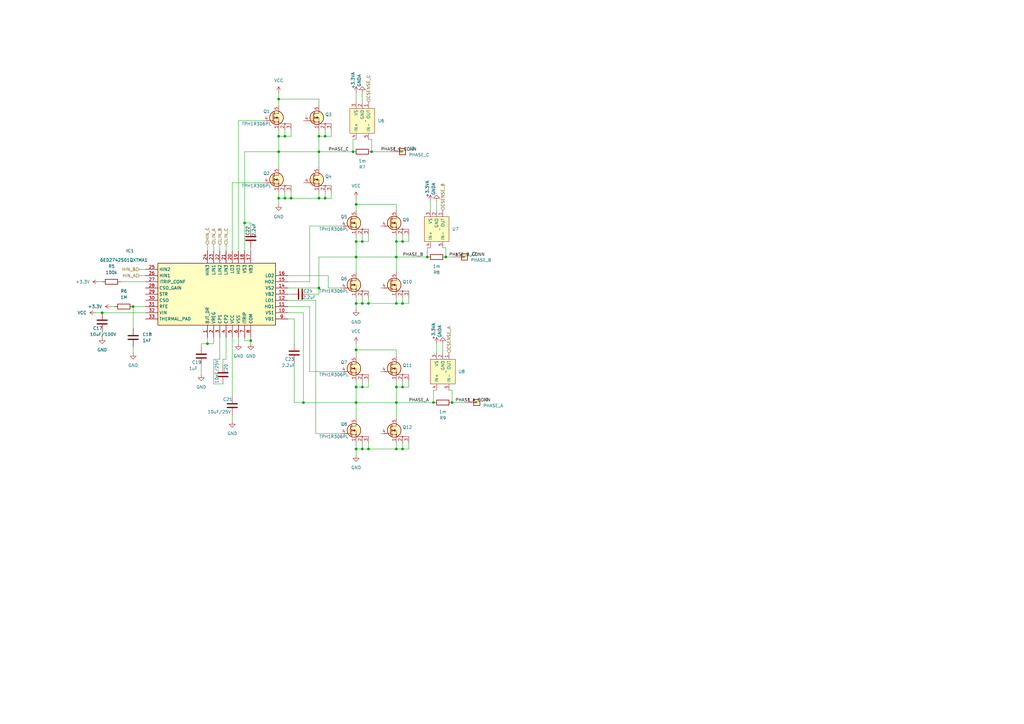
<source format=kicad_sch>
(kicad_sch (version 20230121) (generator eeschema)
  (paper "A3")
  (lib_symbols
    (symbol "6ED2742S01QXTMA1:6ED2742S01QXTMA1"
      (property "Reference" "IC" (at 31.75 25.4 0))
      (property "Value" "6ED2742S01QXTMA1" (at 31.75 22.86 0))
      (symbol "6ED2742S01QXTMA1_1_1"
        (rectangle (start 5.08 20.32) (end 30.48 -27.94) (stroke (width 0.254)) (fill (type background)))
        (pin passive line (at 0 0 0) (length 5.08) (name "BJT_DR") (number "1"))
        (pin passive line (at 10.16 -33.02 90) (length 5.08) (name "VS1") (number "10"))
        (pin passive line (at 12.7 -33.02 90) (length 5.08) (name "HO1") (number "11"))
        (pin passive line (at 15.24 -33.02 90) (length 5.08) (name "LO1") (number "12"))
        (pin passive line (at 17.78 -33.02 90) (length 5.08) (name "VB2") (number "13"))
        (pin passive line (at 20.32 -33.02 90) (length 5.08) (name "VS2") (number "14"))
        (pin passive line (at 22.86 -33.02 90) (length 5.08) (name "HO2") (number "15"))
        (pin passive line (at 25.4 -33.02 90) (length 5.08) (name "LO2") (number "16"))
        (pin passive line (at 35.56 -17.78 180) (length 5.08) (name "VB3") (number "17"))
        (pin passive line (at 35.56 -15.24 180) (length 5.08) (name "VS3") (number "18"))
        (pin passive line (at 35.56 -12.7 180) (length 5.08) (name "HO3") (number "19"))
        (pin passive line (at 0 -2.54 0) (length 5.08) (name "VREG") (number "2"))
        (pin passive line (at 35.56 -10.16 180) (length 5.08) (name "LO3") (number "20"))
        (pin passive line (at 35.56 -7.62 180) (length 5.08) (name "LIN3") (number "21"))
        (pin passive line (at 35.56 -5.08 180) (length 5.08) (name "LIN2") (number "22"))
        (pin passive line (at 35.56 -2.54 180) (length 5.08) (name "LIN1") (number "23"))
        (pin passive line (at 35.56 0 180) (length 5.08) (name "HIN3") (number "24"))
        (pin passive line (at 27.94 25.4 270) (length 5.08) (name "HIN2") (number "25"))
        (pin passive line (at 25.4 25.4 270) (length 5.08) (name "HIN1") (number "26"))
        (pin passive line (at 22.86 25.4 270) (length 5.08) (name "ITRIP_CONF") (number "27"))
        (pin passive line (at 20.32 25.4 270) (length 5.08) (name "CSO_GAIN") (number "28"))
        (pin passive line (at 17.78 25.4 270) (length 5.08) (name "STR") (number "29"))
        (pin passive line (at 0 -5.08 0) (length 5.08) (name "CP1") (number "3"))
        (pin passive line (at 15.24 25.4 270) (length 5.08) (name "CSO") (number "30"))
        (pin passive line (at 12.7 25.4 270) (length 5.08) (name "RFE") (number "31"))
        (pin passive line (at 10.16 25.4 270) (length 5.08) (name "VIN") (number "32"))
        (pin passive line (at 7.62 25.4 270) (length 5.08) (name "THERMAL_PAD") (number "33"))
        (pin passive line (at 0 -7.62 0) (length 5.08) (name "CP2") (number "4"))
        (pin passive line (at 0 -10.16 0) (length 5.08) (name "VCC") (number "5"))
        (pin passive line (at 0 -12.7 0) (length 5.08) (name "VSS") (number "6"))
        (pin passive line (at 0 -15.24 0) (length 5.08) (name "ITRIP") (number "7"))
        (pin passive line (at 0 -17.78 0) (length 5.08) (name "COM") (number "8"))
        (pin passive line (at 7.62 -33.02 90) (length 5.08) (name "VB1") (number "9"))
      )
    )
    (symbol "Connector_Generic:Conn_01x01" (pin_names (offset 1.016) hide)
      (property "Reference" "J" (at 0 2.54 0))
      (property "Value" "Conn_01x01" (at 0 -2.54 0))
      (symbol "Conn_01x01_1_1"
        (rectangle (start -1.27 0.127) (end 0 -0.127) (stroke (width 0.1524)))
        (rectangle (start -1.27 1.27) (end 1.27 -1.27) (stroke (width 0.254)) (fill (type background)))
        (pin passive line (at -5.08 0 0) (length 3.81) (name "Pin_1") (number "1"))
      )
    )
    (symbol "CycleIQ:INA290"
      (property "Reference" "U" (at 0 5.08 0))
      (property "Footprint" "PCM_Package_TO_SOT_SMD_AKL:SOT-353_SC-70-5" (at -1.27 8.89 0))
      (symbol "INA290_1_1"
        (rectangle (start -5.08 3.81) (end 5.08 -6.35) (fill (type background)))
        (pin output line (at -7.62 1.27 0) (length 2.54) (name "OUT") (number "1"))
        (pin power_in line (at -7.62 -1.27 0) (length 2.54) (name "GND") (number "2"))
        (pin power_in line (at -7.62 -3.81 0) (length 2.54) (name "VS") (number "3"))
        (pin input line (at 7.62 -3.81 180) (length 2.54) (name "IN+") (number "4"))
        (pin input line (at 7.62 1.27 180) (length 2.54) (name "IN-") (number "5"))
      )
    )
    (symbol "Device:C" (pin_numbers hide) (pin_names (offset 0.254))
      (property "Reference" "C" (at 0.635 2.54 0))
      (property "Value" "C" (at 0.635 -2.54 0))
      (symbol "C_0_1"
        (polyline (pts (xy -2.032 -0.762) (xy 2.032 -0.762)) (stroke (width 0.508)))
        (polyline (pts (xy -2.032 0.762) (xy 2.032 0.762)) (stroke (width 0.508)))
      )
      (symbol "C_1_1"
        (pin passive line (at 0 3.81 270) (length 2.794) (name "~") (number "1"))
        (pin passive line (at 0 -3.81 90) (length 2.794) (name "~") (number "2"))
      )
    )
    (symbol "Device:R" (pin_numbers hide) (pin_names (offset 0))
      (property "Reference" "R" (at 2.032 0 90))
      (property "Value" "R" (at 0 0 90))
      (symbol "R_0_1"
        (rectangle (start -1.016 -2.54) (end 1.016 2.54) (stroke (width 0.254)))
      )
      (symbol "R_1_1"
        (pin passive line (at 0 3.81 270) (length 1.27) (name "~") (number "1"))
        (pin passive line (at 0 -3.81 90) (length 1.27) (name "~") (number "2"))
      )
    )
    (symbol "PCM_Transistor_MOSFET_AKL:TPH1R306PL" (pin_names hide)
      (property "Reference" "Q" (at 5.08 1.27 0))
      (property "Value" "TPH1R306PL" (at 5.08 -1.27 0))
      (symbol "TPH1R306PL_0_1"
        (polyline (pts (xy 0.254 -1.27) (xy -2.54 -1.27)))
        (polyline (pts (xy 0.254 1.905) (xy 0.254 -1.905)) (stroke (width 0.254)))
        (polyline (pts (xy 0.762 -1.778) (xy 2.54 -1.778)))
        (polyline (pts (xy 0.762 -1.27) (xy 0.762 -2.286)) (stroke (width 0.254)))
        (polyline (pts (xy 0.762 0.508) (xy 0.762 -0.508)) (stroke (width 0.254)))
        (polyline (pts (xy 0.762 2.286) (xy 0.762 1.27)) (stroke (width 0.254)))
        (polyline (pts (xy 2.54 1.778) (xy 0.762 1.778)))
        (polyline (pts (xy 2.54 2.54) (xy 2.54 1.778)))
        (polyline (pts (xy 7.62 -2.54) (xy 2.54 -2.54)))
        (polyline (pts (xy 2.54 -2.54) (xy 2.54 0) (xy 0.762 0)))
        (polyline (pts (xy 1.016 0) (xy 2.032 0.381) (xy 2.032 -0.381) (xy 1.016 0)) (fill (type outline)))
        (circle (center 1.651 0) (radius 2.794) (stroke (width 0.254)) (fill (type background)))
        (circle (center 2.54 -1.778) (radius 0.1778) (fill (type outline)))
      )
      (symbol "TPH1R306PL_1_1"
        (circle (center 5.08 -2.54) (radius 0.1778) (fill (type outline)))
        (pin passive line (at 2.54 -5.08 90) (length 2.54) (name "S") (number "1"))
        (pin passive line (at 5.08 -5.08 90) (length 2.54) (name "S") (number "2"))
        (pin passive line (at 7.62 -5.08 90) (length 2.54) (name "S") (number "3"))
        (pin input line (at -3.81 -1.27 0) (length 2.54) (name "G") (number "4"))
        (pin passive line (at 2.54 5.08 270) (length 2.54) (name "D") (number "5"))
      )
    )
    (symbol "power:+3.3V" (power) (pin_names (offset 0))
      (property "Value" "+3.3V" (at 0 3.556 0))
      (symbol "+3.3V_0_1"
        (polyline (pts (xy -0.762 1.27) (xy 0 2.54)))
        (polyline (pts (xy 0 0) (xy 0 2.54)))
        (polyline (pts (xy 0 2.54) (xy 0.762 1.27)))
      )
      (symbol "+3.3V_1_1"
        (pin power_in line (at 0 0 90) (length 0) hide (name "+3.3V") (number "1"))
      )
    )
    (symbol "power:+3.3VA" (power) (pin_names (offset 0))
      (property "Value" "+3.3VA" (at 0 3.556 0))
      (symbol "+3.3VA_0_1"
        (polyline (pts (xy -0.762 1.27) (xy 0 2.54)))
        (polyline (pts (xy 0 0) (xy 0 2.54)))
        (polyline (pts (xy 0 2.54) (xy 0.762 1.27)))
      )
      (symbol "+3.3VA_1_1"
        (pin power_in line (at 0 0 90) (length 0) hide (name "+3.3VA") (number "1"))
      )
    )
    (symbol "power:GND" (power) (pin_names (offset 0))
      (property "Value" "GND" (at 0 -3.81 0))
      (symbol "GND_0_1"
        (polyline (pts (xy 0 0) (xy 0 -1.27) (xy 1.27 -1.27) (xy 0 -2.54) (xy -1.27 -1.27) (xy 0 -1.27)))
      )
      (symbol "GND_1_1"
        (pin power_in line (at 0 0 270) (length 0) hide (name "GND") (number "1"))
      )
    )
    (symbol "power:GNDA" (power) (pin_names (offset 0))
      (property "Value" "GNDA" (at 0 -3.81 0))
      (symbol "GNDA_0_1"
        (polyline (pts (xy 0 0) (xy 0 -1.27) (xy 1.27 -1.27) (xy 0 -2.54) (xy -1.27 -1.27) (xy 0 -1.27)))
      )
      (symbol "GNDA_1_1"
        (pin power_in line (at 0 0 270) (length 0) hide (name "GNDA") (number "1"))
      )
    )
    (symbol "power:VCC" (power) (pin_names (offset 0))
      (property "Value" "VCC" (at 0 3.81 0))
      (symbol "VCC_0_1"
        (polyline (pts (xy -0.762 1.27) (xy 0 2.54)))
        (polyline (pts (xy 0 0) (xy 0 2.54)))
        (polyline (pts (xy 0 2.54) (xy 0.762 1.27)))
      )
      (symbol "VCC_1_1"
        (pin power_in line (at 0 0 90) (length 0) hide (name "VCC") (number "1"))
      )
    )
  )
  (junction (at 182.88 105.41))
  (junction (at 148.59 124.46))
  (junction (at 124.46 165.1))
  (junction (at 133.35 81.28))
  (junction (at 130.81 81.28))
  (junction (at 116.84 81.28))
  (junction (at 130.81 62.23))
  (junction (at 146.05 83.82))
  (junction (at 162.56 99.06))
  (junction (at 114.3 55.88))
  (junction (at 162.56 124.46))
  (junction (at 165.1 158.75))
  (junction (at 148.59 158.75))
  (junction (at 151.13 124.46))
  (junction (at 148.59 99.06))
  (junction (at 165.1 184.15))
  (junction (at 162.56 165.1))
  (junction (at 148.59 184.15))
  (junction (at 162.56 105.41))
  (junction (at 54.61 125.73))
  (junction (at 114.3 62.23))
  (junction (at 100.33 91.44))
  (junction (at 119.38 81.28))
  (junction (at 41.91 128.27))
  (junction (at 146.05 105.41))
  (junction (at 151.13 184.15))
  (junction (at 146.05 124.46))
  (junction (at 133.35 55.88))
  (junction (at 162.56 158.75))
  (junction (at 146.05 99.06))
  (junction (at 130.81 55.88))
  (junction (at 165.1 124.46))
  (junction (at 146.05 184.15))
  (junction (at 185.42 165.1))
  (junction (at 165.1 99.06))
  (junction (at 144.78 62.23))
  (junction (at 130.81 118.11))
  (junction (at 114.3 40.64))
  (junction (at 114.3 81.28))
  (junction (at 177.8 165.1))
  (junction (at 162.56 184.15))
  (junction (at 175.26 105.41))
  (junction (at 85.09 140.97))
  (junction (at 116.84 55.88))
  (junction (at 146.05 143.51))
  (junction (at 152.4 62.23))
  (junction (at 146.05 165.1))
  (junction (at 146.05 158.75))
  (junction (at 102.87 139.7))
  (wire (pts (xy 82.55 140.97) (xy 82.55 142.24)))
  (wire (pts (xy 146.05 83.82) (xy 146.05 81.28)))
  (wire (pts (xy 148.59 121.92) (xy 148.59 124.46)))
  (wire (pts (xy 146.05 83.82) (xy 146.05 86.36)))
  (wire (pts (xy 130.81 62.23) (xy 130.81 68.58)))
  (wire (pts (xy 90.17 100.33) (xy 90.17 102.87)))
  (wire (pts (xy 146.05 38.1) (xy 146.05 41.91)))
  (wire (pts (xy 120.65 130.81) (xy 120.65 140.97)))
  (wire (pts (xy 165.1 96.52) (xy 165.1 99.06)))
  (wire (pts (xy 119.38 78.74) (xy 119.38 81.28)))
  (wire (pts (xy 176.53 82.55) (xy 176.53 86.36)))
  (wire (pts (xy 167.64 156.21) (xy 167.64 158.75)))
  (wire (pts (xy 139.7 152.4) (xy 127 152.4)))
  (wire (pts (xy 92.71 147.32) (xy 91.44 147.32)))
  (wire (pts (xy 151.13 184.15) (xy 148.59 184.15)))
  (wire (pts (xy 116.84 53.34) (xy 116.84 55.88)))
  (wire (pts (xy 144.78 57.15) (xy 144.78 62.23)))
  (wire (pts (xy 146.05 57.15) (xy 144.78 57.15)))
  (wire (pts (xy 100.33 138.43) (xy 100.33 139.7)))
  (wire (pts (xy 130.81 53.34) (xy 130.81 55.88)))
  (wire (pts (xy 151.13 121.92) (xy 151.13 124.46)))
  (wire (pts (xy 165.1 121.92) (xy 165.1 124.46)))
  (wire (pts (xy 90.17 147.32) (xy 87.63 147.32)))
  (wire (pts (xy 95.25 74.93) (xy 107.95 74.93)))
  (wire (pts (xy 144.78 62.23) (xy 130.81 62.23)))
  (wire (pts (xy 182.88 101.6) (xy 182.88 105.41)))
  (wire (pts (xy 146.05 105.41) (xy 162.56 105.41)))
  (wire (pts (xy 151.13 124.46) (xy 148.59 124.46)))
  (wire (pts (xy 118.11 128.27) (xy 124.46 128.27)))
  (wire (pts (xy 165.1 184.15) (xy 162.56 184.15)))
  (wire (pts (xy 148.59 158.75) (xy 146.05 158.75)))
  (wire (pts (xy 118.11 113.03) (xy 134.62 113.03)))
  (wire (pts (xy 175.26 101.6) (xy 175.26 105.41)))
  (wire (pts (xy 179.07 82.55) (xy 179.07 86.36)))
  (wire (pts (xy 127 92.71) (xy 139.7 92.71)))
  (wire (pts (xy 100.33 102.87) (xy 100.33 91.44)))
  (wire (pts (xy 151.13 181.61) (xy 151.13 184.15)))
  (wire (pts (xy 167.64 99.06) (xy 165.1 99.06)))
  (wire (pts (xy 114.3 62.23) (xy 114.3 68.58)))
  (wire (pts (xy 151.13 156.21) (xy 151.13 158.75)))
  (wire (pts (xy 102.87 91.44) (xy 100.33 91.44)))
  (wire (pts (xy 97.79 49.53) (xy 107.95 49.53)))
  (wire (pts (xy 114.3 40.64) (xy 114.3 43.18)))
  (wire (pts (xy 167.64 121.92) (xy 167.64 124.46)))
  (wire (pts (xy 151.13 96.52) (xy 151.13 99.06)))
  (wire (pts (xy 165.1 156.21) (xy 165.1 158.75)))
  (wire (pts (xy 127 152.4) (xy 127 125.73)))
  (wire (pts (xy 135.89 78.74) (xy 135.89 81.28)))
  (wire (pts (xy 190.5 165.1) (xy 185.42 165.1)))
  (wire (pts (xy 102.87 93.98) (xy 102.87 91.44)))
  (wire (pts (xy 118.11 130.81) (xy 120.65 130.81)))
  (wire (pts (xy 167.64 124.46) (xy 165.1 124.46)))
  (wire (pts (xy 162.56 86.36) (xy 162.56 83.82)))
  (wire (pts (xy 100.33 62.23) (xy 114.3 62.23)))
  (wire (pts (xy 162.56 181.61) (xy 162.56 184.15)))
  (wire (pts (xy 95.25 170.18) (xy 95.25 172.72)))
  (wire (pts (xy 133.35 78.74) (xy 133.35 81.28)))
  (wire (pts (xy 120.65 148.59) (xy 120.65 165.1)))
  (wire (pts (xy 146.05 165.1) (xy 162.56 165.1)))
  (wire (pts (xy 134.62 113.03) (xy 134.62 118.11)))
  (wire (pts (xy 114.3 40.64) (xy 130.81 40.64)))
  (wire (pts (xy 151.13 158.75) (xy 148.59 158.75)))
  (wire (pts (xy 146.05 156.21) (xy 146.05 158.75)))
  (wire (pts (xy 133.35 81.28) (xy 130.81 81.28)))
  (wire (pts (xy 92.71 100.33) (xy 92.71 102.87)))
  (wire (pts (xy 95.25 138.43) (xy 95.25 162.56)))
  (wire (pts (xy 185.42 105.41) (xy 182.88 105.41)))
  (wire (pts (xy 148.59 38.1) (xy 148.59 41.91)))
  (wire (pts (xy 97.79 138.43) (xy 97.79 140.97)))
  (wire (pts (xy 124.46 128.27) (xy 124.46 165.1)))
  (wire (pts (xy 146.05 143.51) (xy 162.56 143.51)))
  (wire (pts (xy 167.64 96.52) (xy 167.64 99.06)))
  (wire (pts (xy 85.09 138.43) (xy 85.09 140.97)))
  (wire (pts (xy 102.87 138.43) (xy 102.87 139.7)))
  (wire (pts (xy 146.05 158.75) (xy 146.05 165.1)))
  (wire (pts (xy 102.87 101.6) (xy 102.87 102.87)))
  (wire (pts (xy 102.87 139.7) (xy 102.87 140.97)))
  (wire (pts (xy 133.35 53.34) (xy 133.35 55.88)))
  (wire (pts (xy 146.05 143.51) (xy 146.05 146.05)))
  (wire (pts (xy 146.05 124.46) (xy 148.59 124.46)))
  (wire (pts (xy 179.07 160.02) (xy 177.8 160.02)))
  (wire (pts (xy 152.4 57.15) (xy 152.4 62.23)))
  (wire (pts (xy 100.33 139.7) (xy 102.87 139.7)))
  (wire (pts (xy 119.38 81.28) (xy 130.81 81.28)))
  (wire (pts (xy 165.1 158.75) (xy 162.56 158.75)))
  (wire (pts (xy 134.62 118.11) (xy 139.7 118.11)))
  (wire (pts (xy 135.89 55.88) (xy 133.35 55.88)))
  (wire (pts (xy 87.63 157.48) (xy 91.44 157.48)))
  (wire (pts (xy 146.05 143.51) (xy 146.05 140.97)))
  (wire (pts (xy 120.65 165.1) (xy 124.46 165.1)))
  (wire (pts (xy 127 115.57) (xy 127 92.71)))
  (wire (pts (xy 87.63 100.33) (xy 87.63 102.87)))
  (wire (pts (xy 175.26 105.41) (xy 162.56 105.41)))
  (wire (pts (xy 114.3 81.28) (xy 116.84 81.28)))
  (wire (pts (xy 116.84 78.74) (xy 116.84 81.28)))
  (wire (pts (xy 148.59 99.06) (xy 146.05 99.06)))
  (wire (pts (xy 162.56 165.1) (xy 162.56 171.45)))
  (wire (pts (xy 165.1 124.46) (xy 162.56 124.46)))
  (wire (pts (xy 176.53 101.6) (xy 175.26 101.6)))
  (wire (pts (xy 127 125.73) (xy 118.11 125.73)))
  (wire (pts (xy 82.55 149.86) (xy 82.55 153.67)))
  (wire (pts (xy 85.09 100.33) (xy 85.09 102.87)))
  (wire (pts (xy 167.64 181.61) (xy 167.64 184.15)))
  (wire (pts (xy 135.89 53.34) (xy 135.89 55.88)))
  (wire (pts (xy 151.13 99.06) (xy 148.59 99.06)))
  (wire (pts (xy 162.56 158.75) (xy 162.56 165.1)))
  (wire (pts (xy 118.11 115.57) (xy 127 115.57)))
  (wire (pts (xy 130.81 120.65) (xy 130.81 118.11)))
  (wire (pts (xy 130.81 118.11) (xy 130.81 105.41)))
  (wire (pts (xy 114.3 55.88) (xy 114.3 62.23)))
  (wire (pts (xy 91.44 147.32) (xy 91.44 149.86)))
  (wire (pts (xy 167.64 184.15) (xy 165.1 184.15)))
  (wire (pts (xy 119.38 55.88) (xy 116.84 55.88)))
  (wire (pts (xy 116.84 55.88) (xy 114.3 55.88)))
  (wire (pts (xy 162.56 99.06) (xy 162.56 105.41)))
  (wire (pts (xy 162.56 105.41) (xy 162.56 111.76)))
  (wire (pts (xy 87.63 140.97) (xy 87.63 138.43)))
  (wire (pts (xy 151.13 57.15) (xy 152.4 57.15)))
  (wire (pts (xy 179.07 140.97) (xy 179.07 144.78)))
  (wire (pts (xy 130.81 78.74) (xy 130.81 81.28)))
  (wire (pts (xy 130.81 43.18) (xy 130.81 40.64)))
  (wire (pts (xy 54.61 125.73) (xy 59.69 125.73)))
  (wire (pts (xy 82.55 140.97) (xy 85.09 140.97)))
  (wire (pts (xy 130.81 105.41) (xy 146.05 105.41)))
  (wire (pts (xy 49.53 115.57) (xy 59.69 115.57)))
  (wire (pts (xy 114.3 53.34) (xy 114.3 55.88)))
  (wire (pts (xy 118.11 120.65) (xy 119.38 120.65)))
  (wire (pts (xy 129.54 123.19) (xy 118.11 123.19)))
  (wire (pts (xy 57.15 110.49) (xy 59.69 110.49)))
  (wire (pts (xy 124.46 165.1) (xy 146.05 165.1)))
  (wire (pts (xy 39.37 128.27) (xy 41.91 128.27)))
  (wire (pts (xy 162.56 146.05) (xy 162.56 143.51)))
  (wire (pts (xy 85.09 140.97) (xy 87.63 140.97)))
  (wire (pts (xy 165.1 181.61) (xy 165.1 184.15)))
  (wire (pts (xy 130.81 55.88) (xy 130.81 62.23)))
  (wire (pts (xy 181.61 101.6) (xy 182.88 101.6)))
  (wire (pts (xy 146.05 99.06) (xy 146.05 105.41)))
  (wire (pts (xy 146.05 165.1) (xy 146.05 171.45)))
  (wire (pts (xy 148.59 181.61) (xy 148.59 184.15)))
  (wire (pts (xy 57.15 113.03) (xy 59.69 113.03)))
  (wire (pts (xy 162.56 121.92) (xy 162.56 124.46)))
  (wire (pts (xy 146.05 121.92) (xy 146.05 124.46)))
  (wire (pts (xy 40.64 115.57) (xy 41.91 115.57)))
  (wire (pts (xy 87.63 147.32) (xy 87.63 157.48)))
  (wire (pts (xy 114.3 78.74) (xy 114.3 81.28)))
  (wire (pts (xy 184.15 160.02) (xy 185.42 160.02)))
  (wire (pts (xy 119.38 53.34) (xy 119.38 55.88)))
  (wire (pts (xy 146.05 127) (xy 146.05 124.46)))
  (wire (pts (xy 162.56 96.52) (xy 162.56 99.06)))
  (wire (pts (xy 45.72 125.73) (xy 46.99 125.73)))
  (wire (pts (xy 167.64 158.75) (xy 165.1 158.75)))
  (wire (pts (xy 177.8 160.02) (xy 177.8 165.1)))
  (wire (pts (xy 185.42 160.02) (xy 185.42 165.1)))
  (wire (pts (xy 133.35 55.88) (xy 130.81 55.88)))
  (wire (pts (xy 41.91 135.89) (xy 41.91 138.43)))
  (wire (pts (xy 148.59 156.21) (xy 148.59 158.75)))
  (wire (pts (xy 127 120.65) (xy 130.81 120.65)))
  (wire (pts (xy 90.17 147.32) (xy 90.17 138.43)))
  (wire (pts (xy 92.71 147.32) (xy 92.71 138.43)))
  (wire (pts (xy 54.61 134.62) (xy 54.61 125.73)))
  (wire (pts (xy 41.91 128.27) (xy 59.69 128.27)))
  (wire (pts (xy 151.13 184.15) (xy 162.56 184.15)))
  (wire (pts (xy 129.54 177.8) (xy 129.54 123.19)))
  (wire (pts (xy 146.05 83.82) (xy 162.56 83.82)))
  (wire (pts (xy 162.56 165.1) (xy 177.8 165.1)))
  (wire (pts (xy 114.3 40.64) (xy 114.3 38.1)))
  (wire (pts (xy 100.33 91.44) (xy 100.33 62.23)))
  (wire (pts (xy 139.7 177.8) (xy 129.54 177.8)))
  (wire (pts (xy 151.13 124.46) (xy 162.56 124.46)))
  (wire (pts (xy 97.79 102.87) (xy 97.79 49.53)))
  (wire (pts (xy 114.3 62.23) (xy 130.81 62.23)))
  (wire (pts (xy 95.25 102.87) (xy 95.25 74.93)))
  (wire (pts (xy 114.3 83.82) (xy 114.3 81.28)))
  (wire (pts (xy 160.02 62.23) (xy 152.4 62.23)))
  (wire (pts (xy 135.89 81.28) (xy 133.35 81.28)))
  (wire (pts (xy 181.61 140.97) (xy 181.61 144.78)))
  (wire (pts (xy 146.05 105.41) (xy 146.05 111.76)))
  (wire (pts (xy 146.05 96.52) (xy 146.05 99.06)))
  (wire (pts (xy 146.05 186.69) (xy 146.05 184.15)))
  (wire (pts (xy 165.1 99.06) (xy 162.56 99.06)))
  (wire (pts (xy 119.38 81.28) (xy 116.84 81.28)))
  (wire (pts (xy 54.61 142.24) (xy 54.61 144.78)))
  (wire (pts (xy 146.05 181.61) (xy 146.05 184.15)))
  (wire (pts (xy 118.11 118.11) (xy 130.81 118.11)))
  (wire (pts (xy 148.59 96.52) (xy 148.59 99.06)))
  (wire (pts (xy 162.56 156.21) (xy 162.56 158.75)))
  (wire (pts (xy 146.05 184.15) (xy 148.59 184.15)))
  (label "PHASE_A" (at 167.64 165.1 0))
  (label "PHASE_B" (at 165.1 105.41 0))
  (label "PHASE_C" (at 134.62 62.23 0))
  (label "PHASE_C_CONN" (at 156.21 62.23 0))
  (label "PHASE_A_CONN" (at 186.69 165.1 0))
  (label "PHASE_B_CONN" (at 184.15 105.41 0))
  (hierarchical_label "HIN_B" (shape input) (at 57.15 110.49 180))
  (hierarchical_label "LIN_B" (shape input) (at 90.17 100.33 90))
  (hierarchical_label "CSENSE_B" (shape input) (at 181.61 86.36 90))
  (hierarchical_label "HIN_C" (shape input) (at 85.09 100.33 90))
  (hierarchical_label "CSENSE_A" (shape input) (at 184.15 144.78 90))
  (hierarchical_label "LIN_C" (shape input) (at 92.71 100.33 90))
  (hierarchical_label "HIN_A" (shape input) (at 57.15 113.03 180))
  (hierarchical_label "LIN_A" (shape input) (at 87.63 100.33 90))
  (hierarchical_label "CSENSE_C" (shape input) (at 151.13 41.91 90))
  (symbol (lib_id "power:+3.3V") (at 45.72 125.73 90) (unit 1)
    (property "Reference" "#PWR035" (effects hide))
    (property "Value" "+3.3V" (at 41.91 125.73 90) (effects (justify left)))
  )
  (symbol (lib_id "power:GND") (at 95.25 172.72 0) (unit 1)
    (property "Reference" "#PWR038" (effects hide))
    (property "Value" "GND" (at 95.25 177.8 0))
  )
  (symbol (lib_id "power:VCC") (at 114.3 38.1 0) (unit 1)
    (property "Reference" "#PWR041" (effects hide))
    (property "Value" "VCC" (at 114.3 33.02 0))
  )
  (symbol (lib_id "Device:R") (at 148.59 62.23 270) (unit 1)
    (property "Reference" "R7" (at 148.59 68.58 90))
    (property "Value" "1m" (at 148.59 66.04 90))
    (property "Footprint" "PCM_Resistor_SMD_AKL:R_2512_6332Metric" (effects hide))
  )
  (symbol (lib_id "PCM_Transistor_MOSFET_AKL:TPH1R306PL") (at 160.02 176.53 0) (unit 1)
    (property "Reference" "Q12" (at 165.1 175.26 0) (effects (justify left)))
    (property "Value" "TPH1R306PL" (effects hide))
    (property "Footprint" "PCM_Package_SON_AKL:Infineon_PG-TDSON-8" (effects hide))
    (property "Datasheet" "https://www.tme.eu/Document/de0858fa2ae72c60796b4effe71731b4/TPH1R306PL.pdf" (effects hide))
  )
  (symbol (lib_id "Device:R") (at 179.07 105.41 270) (unit 1)
    (property "Reference" "R8" (at 179.07 111.76 90))
    (property "Value" "1m" (at 179.07 109.22 90))
    (property "Footprint" "PCM_Resistor_SMD_AKL:R_2512_6332Metric" (effects hide))
  )
  (symbol (lib_id "PCM_Transistor_MOSFET_AKL:TPH1R306PL") (at 160.02 116.84 0) (unit 1)
    (property "Reference" "Q10" (at 165.1 115.57 0) (effects (justify left)))
    (property "Value" "TPH1R306PL" (effects hide))
    (property "Footprint" "PCM_Package_SON_AKL:Infineon_PG-TDSON-8" (effects hide))
    (property "Datasheet" "https://www.tme.eu/Document/de0858fa2ae72c60796b4effe71731b4/TPH1R306PL.pdf" (effects hide))
  )
  (symbol (lib_id "power:+3.3VA") (at 179.07 140.97 0) (unit 1)
    (property "Reference" "#PWR051" (effects hide))
    (property "Value" "+3.3VA" (at 177.8 135.89 90))
  )
  (symbol (lib_id "PCM_Transistor_MOSFET_AKL:TPH1R306PL") (at 128.27 48.26 0) (unit 1)
    (property "Reference" "Q3" (at 133.35 46.99 0) (effects (justify left)))
    (property "Value" "TPH1R306PL" (effects hide))
    (property "Footprint" "PCM_Package_SON_AKL:Infineon_PG-TDSON-8" (effects hide))
    (property "Datasheet" "https://www.tme.eu/Document/de0858fa2ae72c60796b4effe71731b4/TPH1R306PL.pdf" (effects hide))
  )
  (symbol (lib_id "Device:C") (at 91.44 153.67 180) (unit 1)
    (property "Reference" "C20" (at 92.71 151.13 90))
    (property "Value" "10nF/25V" (at 88.9 152.4 90))
    (property "Footprint" "PCM_Capacitor_SMD_AKL:C_0603_1608Metric" (effects hide))
  )
  (symbol (lib_id "PCM_Transistor_MOSFET_AKL:TPH1R306PL") (at 160.02 91.44 0) (unit 1)
    (property "Reference" "Q9" (at 165.1 90.17 0) (effects (justify left)))
    (property "Value" "TPH1R306PL" (effects hide))
    (property "Footprint" "PCM_Package_SON_AKL:Infineon_PG-TDSON-8" (effects hide))
    (property "Datasheet" "https://www.tme.eu/Document/de0858fa2ae72c60796b4effe71731b4/TPH1R306PL.pdf" (effects hide))
  )
  (symbol (lib_id "PCM_Transistor_MOSFET_AKL:TPH1R306PL") (at 143.51 91.44 0) (unit 1)
    (property "Reference" "Q5" (at 139.7 88.9 0) (effects (justify left)))
    (property "Value" "TPH1R306PL" (at 130.81 93.98 0) (effects (justify left)))
    (property "Footprint" "PCM_Package_SON_AKL:Infineon_PG-TDSON-8" (effects hide))
    (property "Datasheet" "https://www.tme.eu/Document/de0858fa2ae72c60796b4effe71731b4/TPH1R306PL.pdf" (effects hide))
  )
  (symbol (lib_id "PCM_Transistor_MOSFET_AKL:TPH1R306PL") (at 143.51 151.13 0) (unit 1)
    (property "Reference" "Q7" (at 139.7 148.59 0) (effects (justify left)))
    (property "Value" "TPH1R306PL" (at 130.81 153.67 0) (effects (justify left)))
    (property "Footprint" "PCM_Package_SON_AKL:Infineon_PG-TDSON-8" (effects hide))
    (property "Datasheet" "https://www.tme.eu/Document/de0858fa2ae72c60796b4effe71731b4/TPH1R306PL.pdf" (effects hide))
  )
  (symbol (lib_id "Device:C") (at 95.25 166.37 0) (unit 1)
    (property "Reference" "C21" (at 91.44 163.83 0) (effects (justify left)))
    (property "Value" "10uF/25V" (at 85.09 168.91 0) (effects (justify left)))
    (property "Footprint" "PCM_Capacitor_SMD_AKL:C_1206_3216Metric" (effects hide))
  )
  (symbol (lib_id "power:GND") (at 102.87 140.97 0) (unit 1)
    (property "Reference" "#PWR040" (effects hide))
    (property "Value" "GND" (at 102.87 146.05 0))
  )
  (symbol (lib_id "CycleIQ:INA290") (at 182.88 152.4 270) (unit 1)
    (property "Reference" "U8" (at 187.96 152.4 90) (effects (justify left)))
    (property "Value" "~" (at 182.88 152.4 0))
    (property "Footprint" "PCM_Package_TO_SOT_SMD_AKL:SOT-353_SC-70-5" (effects hide))
  )
  (symbol (lib_id "power:VCC") (at 146.05 81.28 0) (unit 1)
    (property "Reference" "#PWR044" (effects hide))
    (property "Value" "VCC" (at 146.05 76.2 0))
  )
  (symbol (lib_id "Device:C") (at 123.19 120.65 90) (unit 1)
    (property "Reference" "C24" (at 128.27 119.38 90) (effects (justify left)))
    (property "Value" "2.2uF" (at 129.54 121.92 90) (effects (justify left)))
    (property "Footprint" "PCM_Capacitor_SMD_AKL:C_1206_3216Metric" (effects hide))
  )
  (symbol (lib_id "power:+3.3V") (at 40.64 115.57 90) (unit 1)
    (property "Reference" "#PWR033" (effects hide))
    (property "Value" "+3.3V" (at 36.83 115.57 90) (effects (justify left)))
  )
  (symbol (lib_id "Device:C") (at 120.65 144.78 0) (unit 1)
    (property "Reference" "C23" (at 116.84 147.32 0) (effects (justify left)))
    (property "Value" "2.2uF" (at 115.57 149.86 0) (effects (justify left)))
    (property "Footprint" "PCM_Capacitor_SMD_AKL:C_1206_3216Metric" (effects hide))
  )
  (symbol (lib_id "power:GNDA") (at 181.61 140.97 180) (unit 1)
    (property "Reference" "#PWR052" (effects hide))
    (property "Value" "GNDA" (at 180.34 135.89 90))
  )
  (symbol (lib_id "power:GND") (at 146.05 127 0) (unit 1)
    (property "Reference" "#PWR045" (effects hide))
    (property "Value" "GND" (at 146.05 132.08 0))
  )
  (symbol (lib_id "PCM_Transistor_MOSFET_AKL:TPH1R306PL") (at 143.51 116.84 0) (unit 1)
    (property "Reference" "Q6" (at 139.7 114.3 0) (effects (justify left)))
    (property "Value" "TPH1R306PL" (at 130.81 119.38 0) (effects (justify left)))
    (property "Footprint" "PCM_Package_SON_AKL:Infineon_PG-TDSON-8" (effects hide))
    (property "Datasheet" "https://www.tme.eu/Document/de0858fa2ae72c60796b4effe71731b4/TPH1R306PL.pdf" (effects hide))
  )
  (symbol (lib_id "power:VCC") (at 146.05 140.97 0) (unit 1)
    (property "Reference" "#PWR046" (effects hide))
    (property "Value" "VCC" (at 146.05 135.89 0))
  )
  (symbol (lib_id "power:GNDA") (at 179.07 82.55 180) (unit 1)
    (property "Reference" "#PWR050" (effects hide))
    (property "Value" "GNDA" (at 177.8 77.47 90))
  )
  (symbol (lib_id "Connector_Generic:Conn_01x01") (at 190.5 105.41 0) (unit 1)
    (property "Reference" "J2" (at 193.04 104.14 0) (effects (justify left)))
    (property "Value" "PHASE_B" (at 193.04 106.68 0) (effects (justify left)))
    (property "Footprint" "Connector_Wire:SolderWire-2.5sqmm_1x01_D2.4mm_OD3.6mm" (effects hide))
  )
  (symbol (lib_id "power:GND") (at 97.79 140.97 0) (unit 1)
    (property "Reference" "#PWR039" (effects hide))
    (property "Value" "GND" (at 97.79 146.05 0))
  )
  (symbol (lib_id "PCM_Transistor_MOSFET_AKL:TPH1R306PL") (at 160.02 151.13 0) (unit 1)
    (property "Reference" "Q11" (at 165.1 149.86 0) (effects (justify left)))
    (property "Value" "TPH1R306PL" (effects hide))
    (property "Footprint" "PCM_Package_SON_AKL:Infineon_PG-TDSON-8" (effects hide))
    (property "Datasheet" "https://www.tme.eu/Document/de0858fa2ae72c60796b4effe71731b4/TPH1R306PL.pdf" (effects hide))
  )
  (symbol (lib_id "Connector_Generic:Conn_01x01") (at 195.58 165.1 0) (unit 1)
    (property "Reference" "J1" (at 198.12 163.83 0) (effects (justify left)))
    (property "Value" "PHASE_A" (at 198.12 166.37 0) (effects (justify left)))
    (property "Footprint" "Connector_Wire:SolderWire-2.5sqmm_1x01_D2.4mm_OD3.6mm" (effects hide))
  )
  (symbol (lib_id "CycleIQ:INA290") (at 180.34 93.98 270) (unit 1)
    (property "Reference" "U7" (at 185.42 93.98 90) (effects (justify left)))
    (property "Value" "~" (at 180.34 93.98 0))
    (property "Footprint" "PCM_Package_TO_SOT_SMD_AKL:SOT-353_SC-70-5" (effects hide))
  )
  (symbol (lib_id "Device:C") (at 82.55 146.05 0) (unit 1)
    (property "Reference" "C19" (at 78.74 148.59 0) (effects (justify left)))
    (property "Value" "1uF" (at 77.47 151.13 0) (effects (justify left)))
    (property "Footprint" "PCM_Capacitor_SMD_AKL:C_0603_1608Metric" (effects hide))
  )
  (symbol (lib_id "Device:R") (at 181.61 165.1 270) (unit 1)
    (property "Reference" "R9" (at 181.61 171.45 90))
    (property "Value" "1m" (at 181.61 168.91 90))
    (property "Footprint" "PCM_Resistor_SMD_AKL:R_2512_6332Metric" (effects hide))
  )
  (symbol (lib_id "power:GND") (at 41.91 138.43 0) (unit 1)
    (property "Reference" "#PWR034" (effects hide))
    (property "Value" "GND" (at 41.91 143.51 0))
  )
  (symbol (lib_id "PCM_Transistor_MOSFET_AKL:TPH1R306PL") (at 128.27 73.66 0) (unit 1)
    (property "Reference" "Q4" (at 133.35 72.39 0) (effects (justify left)))
    (property "Value" "TPH1R306PL" (effects hide))
    (property "Footprint" "PCM_Package_SON_AKL:Infineon_PG-TDSON-8" (effects hide))
    (property "Datasheet" "https://www.tme.eu/Document/de0858fa2ae72c60796b4effe71731b4/TPH1R306PL.pdf" (effects hide))
  )
  (symbol (lib_id "Device:C") (at 54.61 138.43 0) (unit 1)
    (property "Reference" "C18" (at 58.42 137.16 0) (effects (justify left)))
    (property "Value" "1nF" (at 58.42 139.7 0) (effects (justify left)))
    (property "Footprint" "PCM_Capacitor_SMD_AKL:C_0603_1608Metric" (effects hide))
  )
  (symbol (lib_id "Connector_Generic:Conn_01x01") (at 165.1 62.23 0) (unit 1)
    (property "Reference" "J3" (at 167.64 60.96 0) (effects (justify left)))
    (property "Value" "PHASE_C" (at 167.64 63.5 0) (effects (justify left)))
    (property "Footprint" "Connector_Wire:SolderWire-2.5sqmm_1x01_D2.4mm_OD3.6mm" (effects hide))
  )
  (symbol (lib_id "Device:R") (at 50.8 125.73 90) (unit 1)
    (property "Reference" "R6" (at 50.8 119.38 90))
    (property "Value" "1M" (at 50.8 121.92 90))
  )
  (symbol (lib_id "power:GNDA") (at 148.59 38.1 180) (unit 1)
    (property "Reference" "#PWR048" (effects hide))
    (property "Value" "GNDA" (at 147.32 33.02 90))
  )
  (symbol (lib_id "power:GND") (at 82.55 153.67 0) (unit 1)
    (property "Reference" "#PWR037" (effects hide))
    (property "Value" "GND" (at 82.55 158.75 0))
  )
  (symbol (lib_id "power:VCC") (at 39.37 128.27 90) (unit 1)
    (property "Reference" "#PWR032" (effects hide))
    (property "Value" "VCC" (at 35.56 128.27 90) (effects (justify left)))
  )
  (symbol (lib_id "CycleIQ:INA290") (at 149.86 49.53 270) (unit 1)
    (property "Reference" "U6" (at 154.94 49.53 90) (effects (justify left)))
    (property "Value" "~" (at 149.86 49.53 0))
    (property "Footprint" "PCM_Package_TO_SOT_SMD_AKL:SOT-353_SC-70-5" (effects hide))
  )
  (symbol (lib_id "Device:C") (at 102.87 97.79 180) (unit 1)
    (property "Reference" "C22" (at 101.6 92.71 90) (effects (justify left)))
    (property "Value" "2.2uF" (at 104.14 91.44 90) (effects (justify left)))
    (property "Footprint" "PCM_Capacitor_SMD_AKL:C_1206_3216Metric" (effects hide))
  )
  (symbol (lib_id "power:+3.3VA") (at 176.53 82.55 0) (unit 1)
    (property "Reference" "#PWR049" (effects hide))
    (property "Value" "+3.3VA" (at 175.26 77.47 90))
  )
  (symbol (lib_id "PCM_Transistor_MOSFET_AKL:TPH1R306PL") (at 111.76 48.26 0) (unit 1)
    (property "Reference" "Q1" (at 107.95 45.72 0) (effects (justify left)))
    (property "Value" "TPH1R306PL" (at 99.06 50.8 0) (effects (justify left)))
    (property "Footprint" "PCM_Package_SON_AKL:Infineon_PG-TDSON-8" (effects hide))
    (property "Datasheet" "https://www.tme.eu/Document/de0858fa2ae72c60796b4effe71731b4/TPH1R306PL.pdf" (effects hide))
  )
  (symbol (lib_id "PCM_Transistor_MOSFET_AKL:TPH1R306PL") (at 143.51 176.53 0) (unit 1)
    (property "Reference" "Q8" (at 139.7 173.99 0) (effects (justify left)))
    (property "Value" "TPH1R306PL" (at 130.81 179.07 0) (effects (justify left)))
    (property "Footprint" "PCM_Package_SON_AKL:Infineon_PG-TDSON-8" (effects hide))
    (property "Datasheet" "https://www.tme.eu/Document/de0858fa2ae72c60796b4effe71731b4/TPH1R306PL.pdf" (effects hide))
  )
  (symbol (lib_id "Device:C") (at 41.91 132.08 0) (unit 1)
    (property "Reference" "C17" (at 38.1 134.62 0) (effects (justify left)))
    (property "Value" "10uF/100V" (at 36.83 137.16 0) (effects (justify left)))
    (property "Footprint" "PCM_Capacitor_SMD_AKL:C_1210_3225Metric" (effects hide))
  )
  (symbol (lib_id "power:+3.3VA") (at 146.05 38.1 0) (unit 1)
    (property "Reference" "#PWR043" (effects hide))
    (property "Value" "+3.3VA" (at 144.78 33.02 90))
  )
  (symbol (lib_id "6ED2742S01QXTMA1:6ED2742S01QXTMA1") (at 85.09 138.43 90) (unit 1)
    (property "Reference" "IC1" (at 53.34 102.87 90))
    (property "Value" "6ED2742S01QXTMA1" (at 50.8 106.68 90))
    (property "Footprint" "CycleIQ:QFN50P500X500X90-33N-D" (effects hide))
    (property "Height" "0.9" (effects hide))
    (property "Manufacturer_Name" "Infineon" (effects hide))
    (property "Manufacturer_Part_Number" "6ED2742S01QXTMA1" (effects hide))
  )
  (symbol (lib_id "Device:R") (at 45.72 115.57 90) (unit 1)
    (property "Reference" "R5" (at 45.72 109.22 90))
    (property "Value" "100k" (at 45.72 111.76 90))
  )
  (symbol (lib_id "power:GND") (at 54.61 144.78 0) (unit 1)
    (property "Reference" "#PWR036" (effects hide))
    (property "Value" "GND" (at 54.61 149.86 0))
  )
  (symbol (lib_id "PCM_Transistor_MOSFET_AKL:TPH1R306PL") (at 111.76 73.66 0) (unit 1)
    (property "Reference" "Q2" (at 107.95 71.12 0) (effects (justify left)))
    (property "Value" "TPH1R306PL" (at 99.06 76.2 0) (effects (justify left)))
    (property "Footprint" "PCM_Package_SON_AKL:Infineon_PG-TDSON-8" (effects hide))
    (property "Datasheet" "https://www.tme.eu/Document/de0858fa2ae72c60796b4effe71731b4/TPH1R306PL.pdf" (effects hide))
  )
  (symbol (lib_id "power:GND") (at 114.3 83.82 0) (unit 1)
    (property "Reference" "#PWR042" (effects hide))
    (property "Value" "GND" (at 114.3 88.9 0))
  )
  (symbol (lib_id "power:GND") (at 146.05 186.69 0) (unit 1)
    (property "Reference" "#PWR047" (effects hide))
    (property "Value" "GND" (at 146.05 191.77 0))
  )
)
</source>
